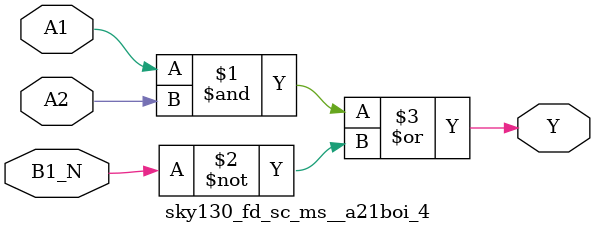
<source format=v>

module sky130_fd_sc_ms__a21boi_4 (
    Y,
    A1,
    A2,
    B1_N
);

    output Y;
    input A1;
    input A2;
    input B1_N;

    assign Y = (A1 & A2) | (~B1_N);

endmodule

</source>
